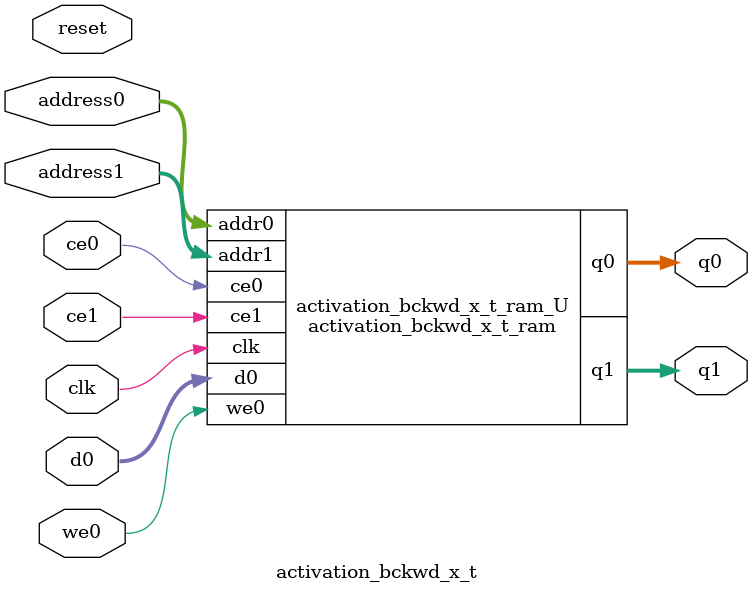
<source format=v>
`timescale 1 ns / 1 ps
module activation_bckwd_x_t_ram (addr0, ce0, d0, we0, q0, addr1, ce1, q1,  clk);

parameter DWIDTH = 32;
parameter AWIDTH = 7;
parameter MEM_SIZE = 100;

input[AWIDTH-1:0] addr0;
input ce0;
input[DWIDTH-1:0] d0;
input we0;
output reg[DWIDTH-1:0] q0;
input[AWIDTH-1:0] addr1;
input ce1;
output reg[DWIDTH-1:0] q1;
input clk;

reg [DWIDTH-1:0] ram0[0:MEM_SIZE-1];



always @(posedge clk)  
begin 
    if (ce0) begin
        if (we0) 
            ram0[addr0] <= d0; 
        q0 <= ram0[addr0];
    end
end


always @(posedge clk)  
begin 
    if (ce1) begin
        q1 <= ram0[addr1];
    end
end


endmodule

`timescale 1 ns / 1 ps
module activation_bckwd_x_t(
    reset,
    clk,
    address0,
    ce0,
    we0,
    d0,
    q0,
    address1,
    ce1,
    q1);

parameter DataWidth = 32'd32;
parameter AddressRange = 32'd100;
parameter AddressWidth = 32'd7;
input reset;
input clk;
input[AddressWidth - 1:0] address0;
input ce0;
input we0;
input[DataWidth - 1:0] d0;
output[DataWidth - 1:0] q0;
input[AddressWidth - 1:0] address1;
input ce1;
output[DataWidth - 1:0] q1;



activation_bckwd_x_t_ram activation_bckwd_x_t_ram_U(
    .clk( clk ),
    .addr0( address0 ),
    .ce0( ce0 ),
    .we0( we0 ),
    .d0( d0 ),
    .q0( q0 ),
    .addr1( address1 ),
    .ce1( ce1 ),
    .q1( q1 ));

endmodule


</source>
